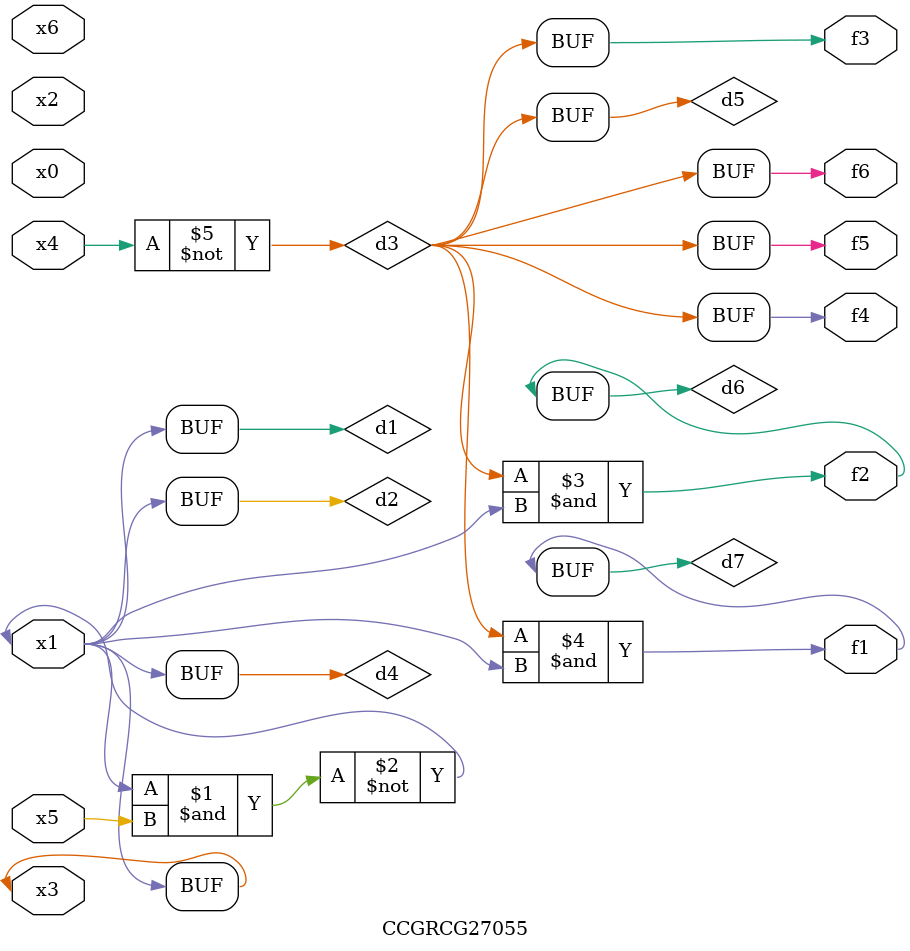
<source format=v>
module CCGRCG27055(
	input x0, x1, x2, x3, x4, x5, x6,
	output f1, f2, f3, f4, f5, f6
);

	wire d1, d2, d3, d4, d5, d6, d7;

	buf (d1, x1, x3);
	nand (d2, x1, x5);
	not (d3, x4);
	buf (d4, d1, d2);
	buf (d5, d3);
	and (d6, d3, d4);
	and (d7, d3, d4);
	assign f1 = d7;
	assign f2 = d6;
	assign f3 = d5;
	assign f4 = d5;
	assign f5 = d5;
	assign f6 = d5;
endmodule

</source>
